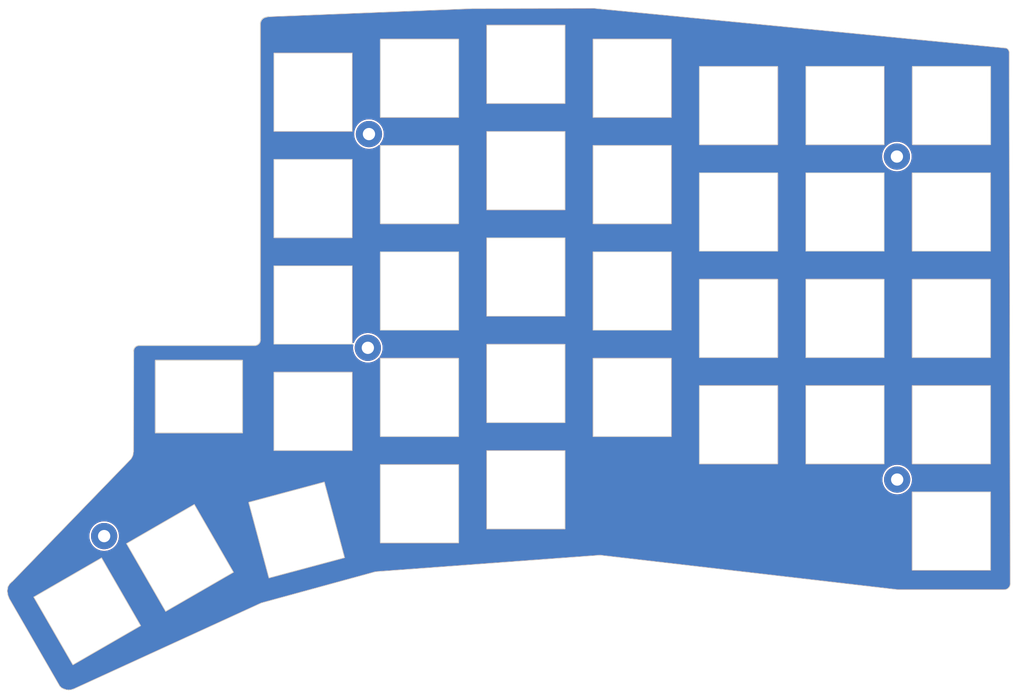
<source format=kicad_pcb>
(kicad_pcb (version 20221018) (generator pcbnew)
  (layers (0 "F.Cu" signal) (31 "B.Cu" signal) (34 "B.Paste" user) (35 "F.Paste" user) (36 "B.SilkS" user "B.Silkscreen") (37 "F.SilkS" user "F.Silkscreen") (38 "B.Mask" user) (39 "F.Mask" user) (44 "Edge.Cuts" user))
  (net 0 "")
  (footprint "SofleKeyboard-footprint:HOLE_M2_TH" (layer "F.Cu") (at 226.224 63.235)
    (fp_text reference "TH4" hide)
    (fp_text value "HOLE" hide)
    (pad "" thru_hole circle (at -0.225 -0.275 90) (size 4.7 4.7) (drill 2.2) (layers "*.Cu" "*.Mask" "Dwgs.User") (clearance 0.3))
  )
  (footprint "SofleKeyboard-footprint:HOLE_M2_TH" (layer "F.Cu") (at 131.4278 59.0114)
    (fp_text reference "TH3" hide)
    (fp_text value "HOLE" hide)
    (pad "" thru_hole circle (at 0.025 -0.075 90) (size 4.7 4.7) (drill 2.2) (layers "*.Cu" "*.Mask" "Dwgs.User") (clearance 0.3))
  )
  (footprint "SofleKeyboard-footprint:HOLE_M2_TH" (layer "F.Cu") (at 226.224 120.835)
    (fp_text reference "TH6" hide)
    (fp_text value "HOLE" hide)
    (pad "" thru_hole circle (at -0.175 -0.025 90) (size 4.7 4.7) (drill 2.2) (layers "*.Cu" "*.Mask" "Dwgs.User") (clearance 0.3))
  )
  (footprint "SofleKeyboard-footprint:HOLE_M2_TH" (layer "F.Cu") (at 131.2778 97.2914)
    (fp_text reference "TH5" hide)
    (fp_text value "HOLE" hide)
    (pad "" thru_hole circle (at -0.025 -0.075 90) (size 4.7 4.7) (drill 2.2) (layers "*.Cu" "*.Mask" "Dwgs.User") (clearance 0.3))
  )
  (footprint "SofleKeyboard-footprint:HOLE_M2_TH" (layer "F.Cu") (at 84.024 130.935 90)
    (fp_text reference "TH7" hide)
    (fp_text value "HOLE" hide)
    (pad "" thru_hole circle (at 0 0 180) (size 4.7 4.7) (drill 2.2) (layers "*.Cu" "*.Mask" "Dwgs.User") (clearance 0.3))
  )
  (footprint "SofleChocTop:SW_Hole" (layer "F.Cu") (at 216.716131 53.834579)
    (fp_text reference "SW2" hide)
    (fp_text value "KEY_SWITCH" hide)
    (fp_line (start -7 -7) (end -7 7) (stroke (width 0.12)) (layer "Edge.Cuts"))
    (fp_line (start -7 7) (end 7 7) (stroke (width 0.12)) (layer "Edge.Cuts"))
    (fp_line (start 7 -7) (end -7 -7) (stroke (width 0.12)) (layer "Edge.Cuts"))
    (fp_line (start 7 7) (end 7 -7) (stroke (width 0.12)) (layer "Edge.Cuts"))
  )
  (footprint "SofleChocTop:SW_Hole" (layer "F.Cu") (at 197.6478 53.8414)
    (fp_text reference "SW2" hide)
    (fp_text value "KEY_SWITCH" hide)
    (fp_line (start -7 -7) (end -7 7) (stroke (width 0.12)) (layer "Edge.Cuts"))
    (fp_line (start -7 7) (end 7 7) (stroke (width 0.12)) (layer "Edge.Cuts"))
    (fp_line (start 7 -7) (end -7 -7) (stroke (width 0.12)) (layer "Edge.Cuts"))
    (fp_line (start 7 7) (end 7 -7) (stroke (width 0.12)) (layer "Edge.Cuts"))
  )
  (footprint "SofleChocTop:SW_Hole" (layer "F.Cu") (at 197.6478 72.8914)
    (fp_text reference "SW2" hide)
    (fp_text value "KEY_SWITCH" hide)
    (fp_line (start -7 -7) (end -7 7) (stroke (width 0.12)) (layer "Edge.Cuts"))
    (fp_line (start -7 7) (end 7 7) (stroke (width 0.12)) (layer "Edge.Cuts"))
    (fp_line (start 7 -7) (end -7 -7) (stroke (width 0.12)) (layer "Edge.Cuts"))
    (fp_line (start 7 7) (end 7 -7) (stroke (width 0.12)) (layer "Edge.Cuts"))
  )
  (footprint "SofleChocTop:SW_Hole" (layer "F.Cu") (at 216.6978 72.8914)
    (fp_text reference "SW2" hide)
    (fp_text value "KEY_SWITCH" hide)
    (fp_line (start -7 -7) (end -7 7) (stroke (width 0.12)) (layer "Edge.Cuts"))
    (fp_line (start -7 7) (end 7 7) (stroke (width 0.12)) (layer "Edge.Cuts"))
    (fp_line (start 7 -7) (end -7 -7) (stroke (width 0.12)) (layer "Edge.Cuts"))
    (fp_line (start 7 7) (end 7 -7) (stroke (width 0.12)) (layer "Edge.Cuts"))
  )
  (footprint "SofleChocTop:SW_Hole" (layer "F.Cu") (at 197.6478 91.9414)
    (fp_text reference "SW2" hide)
    (fp_text value "KEY_SWITCH" hide)
    (fp_line (start -7 -7) (end -7 7) (stroke (width 0.12)) (layer "Edge.Cuts"))
    (fp_line (start -7 7) (end 7 7) (stroke (width 0.12)) (layer "Edge.Cuts"))
    (fp_line (start 7 -7) (end -7 -7) (stroke (width 0.12)) (layer "Edge.Cuts"))
    (fp_line (start 7 7) (end 7 -7) (stroke (width 0.12)) (layer "Edge.Cuts"))
  )
  (footprint "SofleChocTop:SW_Hole" (layer "F.Cu") (at 216.6978 91.9414)
    (fp_text reference "SW2" hide)
    (fp_text value "KEY_SWITCH" hide)
    (fp_line (start -7 -7) (end -7 7) (stroke (width 0.12)) (layer "Edge.Cuts"))
    (fp_line (start -7 7) (end 7 7) (stroke (width 0.12)) (layer "Edge.Cuts"))
    (fp_line (start 7 -7) (end -7 -7) (stroke (width 0.12)) (layer "Edge.Cuts"))
    (fp_line (start 7 7) (end 7 -7) (stroke (width 0.12)) (layer "Edge.Cuts"))
  )
  (footprint "SofleChocTop:SW_Hole" (layer "F.Cu") (at 197.6478 110.9914)
    (fp_text reference "SW2" hide)
    (fp_text value "KEY_SWITCH" hide)
    (fp_line (start -7 -7) (end -7 7) (stroke (width 0.12)) (layer "Edge.Cuts"))
    (fp_line (start -7 7) (end 7 7) (stroke (width 0.12)) (layer "Edge.Cuts"))
    (fp_line (start 7 -7) (end -7 -7) (stroke (width 0.12)) (layer "Edge.Cuts"))
    (fp_line (start 7 7) (end 7 -7) (stroke (width 0.12)) (layer "Edge.Cuts"))
  )
  (footprint "SofleChocTop:SW_Hole" (layer "F.Cu") (at 178.5978 48.9414)
    (fp_text reference "SW2" hide)
    (fp_text value "KEY_SWITCH" hide)
    (fp_line (start -7 -7) (end -7 7) (stroke (width 0.12)) (layer "Edge.Cuts"))
    (fp_line (start -7 7) (end 7 7) (stroke (width 0.12)) (layer "Edge.Cuts"))
    (fp_line (start 7 -7) (end -7 -7) (stroke (width 0.12)) (layer "Edge.Cuts"))
    (fp_line (start 7 7) (end 7 -7) (stroke (width 0.12)) (layer "Edge.Cuts"))
  )
  (footprint "SofleChocTop:SW_Hole" (layer "F.Cu") (at 178.5978 67.9914)
    (fp_text reference "SW2" hide)
    (fp_text value "KEY_SWITCH" hide)
    (fp_line (start -7 -7) (end -7 7) (stroke (width 0.12)) (layer "Edge.Cuts"))
    (fp_line (start -7 7) (end 7 7) (stroke (width 0.12)) (layer "Edge.Cuts"))
    (fp_line (start 7 -7) (end -7 -7) (stroke (width 0.12)) (layer "Edge.Cuts"))
    (fp_line (start 7 7) (end 7 -7) (stroke (width 0.12)) (layer "Edge.Cuts"))
  )
  (footprint "SofleChocTop:SW_Hole" (layer "F.Cu") (at 178.5978 87.0414)
    (fp_text reference "SW2" hide)
    (fp_text value "KEY_SWITCH" hide)
    (fp_line (start -7 -7) (end -7 7) (stroke (width 0.12)) (layer "Edge.Cuts"))
    (fp_line (start -7 7) (end 7 7) (stroke (width 0.12)) (layer "Edge.Cuts"))
    (fp_line (start 7 -7) (end -7 -7) (stroke (width 0.12)) (layer "Edge.Cuts"))
    (fp_line (start 7 7) (end 7 -7) (stroke (width 0.12)) (layer "Edge.Cuts"))
  )
  (footprint "SofleChocTop:SW_Hole" (layer "F.Cu") (at 178.5978 106.0914)
    (fp_text reference "SW2" hide)
    (fp_text value "KEY_SWITCH" hide)
    (fp_line (start -7 -7) (end -7 7) (stroke (width 0.12)) (layer "Edge.Cuts"))
    (fp_line (start -7 7) (end 7 7) (stroke (width 0.12)) (layer "Edge.Cuts"))
    (fp_line (start 7 -7) (end -7 -7) (stroke (width 0.12)) (layer "Edge.Cuts"))
    (fp_line (start 7 7) (end 7 -7) (stroke (width 0.12)) (layer "Edge.Cuts"))
  )
  (footprint "SofleChocTop:SW_Hole" (layer "F.Cu") (at 159.5478 46.4414)
    (fp_text reference "SW2" hide)
    (fp_text value "KEY_SWITCH" hide)
    (fp_line (start -7 -7) (end -7 7) (stroke (width 0.12)) (layer "Edge.Cuts"))
    (fp_line (start -7 7) (end 7 7) (stroke (width 0.12)) (layer "Edge.Cuts"))
    (fp_line (start 7 -7) (end -7 -7) (stroke (width 0.12)) (layer "Edge.Cuts"))
    (fp_line (start 7 7) (end 7 -7) (stroke (width 0.12)) (layer "Edge.Cuts"))
  )
  (footprint "SofleChocTop:SW_Hole" (layer "F.Cu") (at 159.5478 65.4914)
    (fp_text reference "SW2" hide)
    (fp_text value "KEY_SWITCH" hide)
    (fp_line (start -7 -7) (end -7 7) (stroke (width 0.12)) (layer "Edge.Cuts"))
    (fp_line (start -7 7) (end 7 7) (stroke (width 0.12)) (layer "Edge.Cuts"))
    (fp_line (start 7 -7) (end -7 -7) (stroke (width 0.12)) (layer "Edge.Cuts"))
    (fp_line (start 7 7) (end 7 -7) (stroke (width 0.12)) (layer "Edge.Cuts"))
  )
  (footprint "SofleChocTop:SW_Hole" (layer "F.Cu") (at 159.5478 84.5414)
    (fp_text reference "SW2" hide)
    (fp_text value "KEY_SWITCH" hide)
    (fp_line (start -7 -7) (end -7 7) (stroke (width 0.12)) (layer "Edge.Cuts"))
    (fp_line (start -7 7) (end 7 7) (stroke (width 0.12)) (layer "Edge.Cuts"))
    (fp_line (start 7 -7) (end -7 -7) (stroke (width 0.12)) (layer "Edge.Cuts"))
    (fp_line (start 7 7) (end 7 -7) (stroke (width 0.12)) (layer "Edge.Cuts"))
  )
  (footprint "SofleChocTop:SW_Hole" (layer "F.Cu") (at 159.5478 103.5914)
    (fp_text reference "SW2" hide)
    (fp_text value "KEY_SWITCH" hide)
    (fp_line (start -7 -7) (end -7 7) (stroke (width 0.12)) (layer "Edge.Cuts"))
    (fp_line (start -7 7) (end 7 7) (stroke (width 0.12)) (layer "Edge.Cuts"))
    (fp_line (start 7 -7) (end -7 -7) (stroke (width 0.12)) (layer "Edge.Cuts"))
    (fp_line (start 7 7) (end 7 -7) (stroke (width 0.12)) (layer "Edge.Cuts"))
  )
  (footprint "SofleChocTop:SW_Hole" (layer "F.Cu") (at 159.5478 122.6414)
    (fp_text reference "SW2" hide)
    (fp_text value "KEY_SWITCH" hide)
    (fp_line (start -7 -7) (end -7 7) (stroke (width 0.12)) (layer "Edge.Cuts"))
    (fp_line (start -7 7) (end 7 7) (stroke (width 0.12)) (layer "Edge.Cuts"))
    (fp_line (start 7 -7) (end -7 -7) (stroke (width 0.12)) (layer "Edge.Cuts"))
    (fp_line (start 7 7) (end 7 -7) (stroke (width 0.12)) (layer "Edge.Cuts"))
  )
  (footprint "SofleChocTop:SW_Hole" (layer "F.Cu") (at 140.4978 48.9414)
    (fp_text reference "SW2" hide)
    (fp_text value "KEY_SWITCH" hide)
    (fp_line (start -7 -7) (end -7 7) (stroke (width 0.12)) (layer "Edge.Cuts"))
    (fp_line (start -7 7) (end 7 7) (stroke (width 0.12)) (layer "Edge.Cuts"))
    (fp_line (start 7 -7) (end -7 -7) (stroke (width 0.12)) (layer "Edge.Cuts"))
    (fp_line (start 7 7) (end 7 -7) (stroke (width 0.12)) (layer "Edge.Cuts"))
  )
  (footprint "SofleChocTop:SW_Hole" (layer "F.Cu") (at 140.4978 67.9914)
    (fp_text reference "SW2" hide)
    (fp_text value "KEY_SWITCH" hide)
    (fp_line (start -7 -7) (end -7 7) (stroke (width 0.12)) (layer "Edge.Cuts"))
    (fp_line (start -7 7) (end 7 7) (stroke (width 0.12)) (layer "Edge.Cuts"))
    (fp_line (start 7 -7) (end -7 -7) (stroke (width 0.12)) (layer "Edge.Cuts"))
    (fp_line (start 7 7) (end 7 -7) (stroke (width 0.12)) (layer "Edge.Cuts"))
  )
  (footprint "SofleChocTop:SW_Hole" (layer "F.Cu") (at 140.4978 87.0414)
    (fp_text reference "SW2" hide)
    (fp_text value "KEY_SWITCH" hide)
    (fp_line (start -7 -7) (end -7 7) (stroke (width 0.12)) (layer "Edge.Cuts"))
    (fp_line (start -7 7) (end 7 7) (stroke (width 0.12)) (layer "Edge.Cuts"))
    (fp_line (start 7 -7) (end -7 -7) (stroke (width 0.12)) (layer "Edge.Cuts"))
    (fp_line (start 7 7) (end 7 -7) (stroke (width 0.12)) (layer "Edge.Cuts"))
  )
  (footprint "SofleChocTop:SW_Hole" (layer "F.Cu") (at 140.4978 106.0914)
    (fp_text reference "SW2" hide)
    (fp_text value "KEY_SWITCH" hide)
    (fp_line (start -7 -7) (end -7 7) (stroke (width 0.12)) (layer "Edge.Cuts"))
    (fp_line (start -7 7) (end 7 7) (stroke (width 0.12)) (layer "Edge.Cuts"))
    (fp_line (start 7 -7) (end -7 -7) (stroke (width 0.12)) (layer "Edge.Cuts"))
    (fp_line (start 7 7) (end 7 -7) (stroke (width 0.12)) (layer "Edge.Cuts"))
  )
  (footprint "SofleChocTop:SW_Hole" (layer "F.Cu") (at 140.4978 125.1414)
    (fp_text reference "SW2" hide)
    (fp_text value "KEY_SWITCH" hide)
    (fp_line (start -7 -7) (end -7 7) (stroke (width 0.12)) (layer "Edge.Cuts"))
    (fp_line (start -7 7) (end 7 7) (stroke (width 0.12)) (layer "Edge.Cuts"))
    (fp_line (start 7 -7) (end -7 -7) (stroke (width 0.12)) (layer "Edge.Cuts"))
    (fp_line (start 7 7) (end 7 -7) (stroke (width 0.12)) (layer "Edge.Cuts"))
  )
  (footprint "SofleChocTop:SW_Hole" (layer "F.Cu") (at 121.4478 51.4414)
    (fp_text reference "SW2" hide)
    (fp_text value "KEY_SWITCH" hide)
    (fp_line (start -7 -7) (end -7 7) (stroke (width 0.12)) (layer "Edge.Cuts"))
    (fp_line (start -7 7) (end 7 7) (stroke (width 0.12)) (layer "Edge.Cuts"))
    (fp_line (start 7 -7) (end -7 -7) (stroke (width 0.12)) (layer "Edge.Cuts"))
    (fp_line (start 7 7) (end 7 -7) (stroke (width 0.12)) (layer "Edge.Cuts"))
  )
  (footprint "SofleChocTop:SW_Hole" (layer "F.Cu") (at 121.4478 70.4914)
    (fp_text reference "SW2" hide)
    (fp_text value "KEY_SWITCH" hide)
    (fp_line (start -7 -7) (end -7 7) (stroke (width 0.12)) (layer "Edge.Cuts"))
    (fp_line (start -7 7) (end 7 7) (stroke (width 0.12)) (layer "Edge.Cuts"))
    (fp_line (start 7 -7) (end -7 -7) (stroke (width 0.12)) (layer "Edge.Cuts"))
    (fp_line (start 7 7) (end 7 -7) (stroke (width 0.12)) (layer "Edge.Cuts"))
  )
  (footprint "SofleChocTop:SW_Hole" (layer "F.Cu") (at 121.4478 89.5414)
    (fp_text reference "SW2" hide)
    (fp_text value "KEY_SWITCH" hide)
    (fp_line (start -7 -7) (end -7 7) (stroke (width 0.12)) (layer "Edge.Cuts"))
    (fp_line (start -7 7) (end 7 7) (stroke (width 0.12)) (layer "Edge.Cuts"))
    (fp_line (start 7 -7) (end -7 -7) (stroke (width 0.12)) (layer "Edge.Cuts"))
    (fp_line (start 7 7) (end 7 -7) (stroke (width 0.12)) (layer "Edge.Cuts"))
  )
  (footprint "SofleChocTop:SW_Hole" (layer "F.Cu") (at 121.4478 108.5914)
    (fp_text reference "SW2" hide)
    (fp_text value "KEY_SWITCH" hide)
    (fp_line (start -7 -7) (end -7 7) (stroke (width 0.12)) (layer "Edge.Cuts"))
    (fp_line (start -7 7) (end 7 7) (stroke (width 0.12)) (layer "Edge.Cuts"))
    (fp_line (start 7 -7) (end -7 -7) (stroke (width 0.12)) (layer "Edge.Cuts"))
    (fp_line (start 7 7) (end 7 -7) (stroke (width 0.12)) (layer "Edge.Cuts"))
  )
  (footprint "SofleChocTop:SW_Hole" (layer "F.Cu") (at 118.4978 129.8414 -165)
    (fp_text reference "SW2" hide)
    (fp_text value "KEY_SWITCH" hide)
    (fp_line (start -7 -7) (end -7 7) (stroke (width 0.12)) (layer "Edge.Cuts"))
    (fp_line (start -7 7) (end 7 7) (stroke (width 0.12)) (layer "Edge.Cuts"))
    (fp_line (start 7 -7) (end -7 -7) (stroke (width 0.12)) (layer "Edge.Cuts"))
    (fp_line (start 7 7) (end 7 -7) (stroke (width 0.12)) (layer "Edge.Cuts"))
  )
  (footprint "SofleChocTop:SW_Hole" (layer "F.Cu") (at 97.6078 134.8414 120)
    (fp_text reference "SW2" hide)
    (fp_text value "KEY_SWITCH" hide)
    (fp_line (start -7 -7) (end -7 7) (stroke (width 0.12)) (layer "Edge.Cuts"))
    (fp_line (start -7 7) (end 7 7) (stroke (width 0.12)) (layer "Edge.Cuts"))
    (fp_line (start 7 -7) (end -7 -7) (stroke (width 0.12)) (layer "Edge.Cuts"))
    (fp_line (start 7 7) (end 7 -7) (stroke (width 0.12)) (layer "Edge.Cuts"))
  )
  (footprint "SofleChocTop:SW_Hole" (layer "F.Cu") (at 216.6978 110.9914)
    (fp_text reference "SW2" hide)
    (fp_text value "KEY_SWITCH" hide)
    (fp_line (start -7 -7) (end -7 7) (stroke (width 0.12)) (layer "Edge.Cuts"))
    (fp_line (start -7 7) (end 7 7) (stroke (width 0.12)) (layer "Edge.Cuts"))
    (fp_line (start 7 -7) (end -7 -7) (stroke (width 0.12)) (layer "Edge.Cuts"))
    (fp_line (start 7 7) (end 7 -7) (stroke (width 0.12)) (layer "Edge.Cuts"))
  )
  (footprint "SofleChocTop:SW_Hole" (layer "F.Cu") (at 235.7478 72.8914)
    (fp_text reference "SW2" hide)
    (fp_text value "KEY_SWITCH" hide)
    (fp_line (start -7 -7) (end -7 7) (stroke (width 0.12)) (layer "Edge.Cuts"))
    (fp_line (start -7 7) (end 7 7) (stroke (width 0.12)) (layer "Edge.Cuts"))
    (fp_line (start 7 -7) (end -7 -7) (stroke (width 0.12)) (layer "Edge.Cuts"))
    (fp_line (start 7 7) (end 7 -7) (stroke (width 0.12)) (layer "Edge.Cuts"))
  )
  (footprint "SofleChocTop:SW_Hole" (layer "F.Cu") (at 235.7478 110.9914)
    (fp_text reference "SW2" hide)
    (fp_text value "KEY_SWITCH" hide)
    (fp_line (start -7 -7) (end -7 7) (stroke (width 0.12)) (layer "Edge.Cuts"))
    (fp_line (start -7 7) (end 7 7) (stroke (width 0.12)) (layer "Edge.Cuts"))
    (fp_line (start 7 -7) (end -7 -7) (stroke (width 0.12)) (layer "Edge.Cuts"))
    (fp_line (start 7 7) (end 7 -7) (stroke (width 0.12)) (layer "Edge.Cuts"))
  )
  (footprint "SofleChocTop:SW_Hole" (layer "F.Cu") (at 235.7478 91.9414)
    (fp_text reference "SW2" hide)
    (fp_text value "KEY_SWITCH" hide)
    (fp_line (start -7 -7) (end -7 7) (stroke (width 0.12)) (layer "Edge.Cuts"))
    (fp_line (start -7 7) (end 7 7) (stroke (width 0.12)) (layer "Edge.Cuts"))
    (fp_line (start 7 -7) (end -7 -7) (stroke (width 0.12)) (layer "Edge.Cuts"))
    (fp_line (start 7 7) (end 7 -7) (stroke (width 0.12)) (layer "Edge.Cuts"))
  )
  (footprint "SofleChocTop:SW_Hole" (layer "F.Cu") (at 235.7478 130.0414)
    (fp_text reference "SW2" hide)
    (fp_text value "KEY_SWITCH" hide)
    (fp_line (start -7 -7) (end -7 7) (stroke (width 0.12)) (layer "Edge.Cuts"))
    (fp_line (start -7 7) (end 7 7) (stroke (width 0.12)) (layer "Edge.Cuts"))
    (fp_line (start 7 -7) (end -7 -7) (stroke (width 0.12)) (layer "Edge.Cuts"))
    (fp_line (start 7 7) (end 7 -7) (stroke (width 0.12)) (layer "Edge.Cuts"))
  )
  (footprint "SofleChocTop:SW_Hole" (layer "F.Cu") (at 80.994 144.415 120)
    (fp_text reference "SW2" hide)
    (fp_text value "KEY_SWITCH" hide)
    (fp_line (start -7 -7) (end -7 7) (stroke (width 0.12)) (layer "Edge.Cuts"))
    (fp_line (start -7 7) (end 7 7) (stroke (width 0.12)) (layer "Edge.Cuts"))
    (fp_line (start 7 -7) (end -7 -7) (stroke (width 0.12)) (layer "Edge.Cuts"))
    (fp_line (start 7 7) (end 7 -7) (stroke (width 0.12)) (layer "Edge.Cuts"))
  )
  (footprint "SofleChocTop:SW_Hole" (layer "F.Cu") (at 235.766131 53.834579)
    (fp_text reference "SW2" hide)
    (fp_text value "KEY_SWITCH" hide)
    (fp_line (start -7 -7) (end -7 7) (stroke (width 0.12)) (layer "Edge.Cuts"))
    (fp_line (start -7 7) (end 7 7) (stroke (width 0.12)) (layer "Edge.Cuts"))
    (fp_line (start 7 -7) (end -7 -7) (stroke (width 0.12)) (layer "Edge.Cuts"))
    (fp_line (start 7 7) (end 7 -7) (stroke (width 0.12)) (layer "Edge.Cuts"))
  )
  (gr_line (start 108.795 112.445) (end 108.795 106.445) (stroke (width 0.15)) (layer "Edge.Cuts"))
  (gr_line (start 149.995 36.445) (end 113.395 37.9) (stroke (width 0.1)) (layer "Edge.Cuts"))
  (gr_line (start 149.995 36.445) (end 171.853936 36.403199) (stroke (width 0.1)) (layer "Edge.Cuts"))
  (gr_line (start 89.270257 115.845) (end 89.3 97.8) (stroke (width 0.1)) (layer "Edge.Cuts"))
  (gr_line (start 108.795 99.445) (end 93.195 99.445) (stroke (width 0.15)) (layer "Edge.Cuts"))
  (gr_line (start 66.765672 141.469342) (end 66.764 141.466214) (stroke (width 0.1)) (layer "Edge.Cuts"))
  (gr_line (start 245.865824 140.330514) (end 245.675824 140.440514) (stroke (width 0.1)) (layer "Edge.Cuts"))
  (gr_line (start 93.195 112.445) (end 108.795 112.445) (stroke (width 0.15)) (layer "Edge.Cuts"))
  (gr_line (start 226.029614 140.530109) (end 172.949614 134.380109) (stroke (width 0.1)) (layer "Edge.Cuts"))
  (gr_line (start 245.462998 140.519969) (end 245.461651 140.52053) (stroke (width 0.1)) (layer "Edge.Cuts"))
  (gr_line (start 67.020305 142.134897) (end 67.018245 142.13253) (stroke (width 0.1)) (layer "Edge.Cuts"))
  (gr_line (start 246.024 43.935) (end 245.934 43.795) (stroke (width 0.1)) (layer "Edge.Cuts"))
  (gr_line (start 67.018245 142.13253) (end 66.768245 141.48253) (stroke (width 0.1)) (layer "Edge.Cuts"))
  (gr_line (start 78.559062 158.32766) (end 78.109061 158.457661) (stroke (width 0.1)) (layer "Edge.Cuts"))
  (gr_line (start 78.109061 158.457661) (end 78.100158 158.458614) (stroke (width 0.1)) (layer "Edge.Cuts"))
  (gr_line (start 246.313246 139.455465) (end 246.312111 139.461971) (stroke (width 0.1)) (layer "Edge.Cuts"))
  (gr_line (start 76.816995 158.327533) (end 76.808031 158.323071) (stroke (width 0.1)) (layer "Edge.Cuts"))
  (gr_line (start 226.038246 140.530607) (end 226.032085 140.52952) (stroke (width 0.1)) (layer "Edge.Cuts"))
  (gr_line (start 246.052623 140.145757) (end 246.051279 140.14864) (stroke (width 0.1)) (layer "Edge.Cuts"))
  (gr_line (start 66.772105 140.020246) (end 66.773562 140.01894) (stroke (width 0.1)) (layer "Edge.Cuts"))
  (gr_arc (start 111.995 95.8) (mid 111.702107 96.507107) (end 110.995 96.8) (stroke (width 0.15)) (layer "Edge.Cuts"))
  (gr_line (start 112.095 38.7) (end 112.295 38.4) (stroke (width 0.15)) (layer "Edge.Cuts"))
  (gr_line (start 67.073934 139.51702) (end 67.083748 139.505715) (stroke (width 0.1)) (layer "Edge.Cuts"))
  (gr_line (start 77.687325 158.510055) (end 77.672318 158.509256) (stroke (width 0.1)) (layer "Edge.Cuts"))
  (gr_line (start 245.665429 140.445507) (end 245.485429 140.515507) (stroke (width 0.1)) (layer "Edge.Cuts"))
  (gr_line (start 246.278384 139.728837) (end 246.278333 139.732307) (stroke (width 0.1)) (layer "Edge.Cuts"))
  (gr_line (start 132.636728 137.325117) (end 112.169495 142.923787) (stroke (width 0.1)) (layer "Edge.Cuts"))
  (gr_arc (start 89.3 97.8) (mid 89.592893 97.092893) (end 90.3 96.8) (stroke (width 0.15)) (layer "Edge.Cuts"))
  (gr_line (start 245.241652 140.53053) (end 245.239297 140.530224) (stroke (width 0.1)) (layer "Edge.Cuts"))
  (gr_line (start 245.654 43.565) (end 245.484 43.515) (stroke (width 0.1)) (layer "Edge.Cuts"))
  (gr_line (start 246.133246 44.275465) (end 246.094 44.105) (stroke (width 0.1)) (layer "Edge.Cuts"))
  (gr_line (start 246.312712 139.464542) (end 246.282712 139.714543) (stroke (width 0.1)) (layer "Edge.Cuts"))
  (gr_line (start 108.795 106.445) (end 108.795 99.445) (stroke (width 0.15)) (layer "Edge.Cuts"))
  (gr_line (start 66.664599 140.747852) (end 66.664 140.745) (stroke (width 0.1)) (layer "Edge.Cuts"))
  (gr_line (start 111.995 39.045) (end 112.095 38.7) (stroke (width 0.15)) (layer "Edge.Cuts"))
  (gr_line (start 172.949614 134.380109) (end 172.924653 134.372663) (stroke (width 0.1)) (layer "Edge.Cuts"))
  (gr_line (start 67.537061 139.084964) (end 88.855291 117.076356) (stroke (width 0.1)) (layer "Edge.Cuts"))
  (gr_line (start 76.38959 158.111478) (end 76.387009 158.110378) (stroke (width 0.1)) (layer "Edge.Cuts"))
  (gr_line (start 66.764 140.045) (end 66.772105 140.020246) (stroke (width 0.1)) (layer "Edge.Cuts"))
  (gr_line (start 246.189948 139.956341) (end 246.189047 139.959519) (stroke (width 0.1)) (layer "Edge.Cuts"))
  (gr_line (start 245.239297 140.530224) (end 245.238246 140.530607) (stroke (width 0.1)) (layer "Edge.Cuts"))
  (gr_line (start 76.404705 158.122689) (end 76.38959 158.111478) (stroke (width 0.1)) (layer "Edge.Cuts"))
  (gr_line (start 112.495 38.2) (end 112.695 38.1) (stroke (width 0.15)) (layer "Edge.Cuts"))
  (gr_line (start 67.083748 139.505715) (end 67.085213 139.502574) (stroke (width 0.1)) (layer "Edge.Cuts"))
  (gr_line (start 89.148794 116.508718) (end 89.146178 116.513415) (stroke (width 0.1)) (layer "Edge.Cuts"))
  (gr_line (start 78.097326 158.460055) (end 77.687325 158.510055) (stroke (width 0.1)) (layer "Edge.Cuts"))
  (gr_line (start 90.3 96.8) (end 110.995 96.8) (stroke (width 0.15)) (layer "Edge.Cuts"))
  (gr_line (start 76.808031 158.323071) (end 76.804705 158.322689) (stroke (width 0.1)) (layer "Edge.Cuts"))
  (gr_line (start 78.100158 158.458614) (end 78.097326 158.460055) (stroke (width 0.1)) (layer "Edge.Cuts"))
  (gr_line (start 76.387009 158.110378) (end 76.077009 157.820377) (stroke (width 0.1)) (layer "Edge.Cuts"))
  (gr_line (start 76.804705 158.322689) (end 76.404705 158.122689) (stroke (width 0.1)) (layer "Edge.Cuts"))
  (gr_line (start 245.934 43.795) (end 245.804 43.665) (stroke (width 0.1)) (layer "Edge.Cuts"))
  (gr_line (start 77.268943 158.460028) (end 77.260201 158.457334) (stroke (width 0.1)) (layer "Edge.Cuts"))
  (gr_line (start 172.924653 134.372663) (end 172.911884 134.359156) (stroke (width 0.1)) (layer "Edge.Cuts"))
  (gr_line (start 112.695 38.1) (end 112.995 38) (stroke (width 0.15)) (layer "Edge.Cuts"))
  (gr_line (start 245.667765 140.443457) (end 245.665429 140.445507) (stroke (width 0.1)) (layer "Edge.Cuts"))
  (gr_line (start 226.032085 140.52952) (end 226.029614 140.530109) (stroke (width 0.1)) (layer "Edge.Cuts"))
  (gr_line (start 78.561517 158.325868) (end 78.559062 158.32766) (stroke (width 0.1)) (layer "Edge.Cuts"))
  (gr_line (start 245.461651 140.52053) (end 245.241652 140.53053) (stroke (width 0.1)) (layer "Edge.Cuts"))
  (gr_line (start 67.50655 139.087634) (end 67.537061 139.084964) (stroke (width 0.1)) (layer "Edge.Cuts"))
  (gr_line (start 67.023292 142.143103) (end 67.020305 142.134897) (stroke (width 0.1)) (layer "Edge.Cuts"))
  (gr_line (start 112.169495 142.923787) (end 78.569495 158.323787) (stroke (width 0.1)) (layer "Edge.Cuts"))
  (gr_line (start 246.133246 44.275465) (end 246.313246 139.455465) (stroke (width 0.1)) (layer "Edge.Cuts"))
  (gr_line (start 245.867952 140.327971) (end 245.865824 140.330514) (stroke (width 0.1)) (layer "Edge.Cuts"))
  (gr_line (start 66.664 140.745) (end 66.764 140.045) (stroke (width 0.1)) (layer "Edge.Cuts"))
  (gr_line (start 246.059047 140.139519) (end 246.052623 140.145757) (stroke (width 0.1)) (layer "Edge.Cuts"))
  (gr_line (start 67.085213 139.502574) (end 67.485213 139.102574) (stroke (width 0.1)) (layer "Edge.Cuts"))
  (gr_line (start 66.773934 140.01702) (end 67.073934 139.51702) (stroke (width 0.1)) (layer "Edge.Cuts"))
  (gr_line (start 66.768245 141.48253) (end 66.765672 141.469342) (stroke (width 0.1)) (layer "Edge.Cuts"))
  (gr_line (start 172.911884 134.359156) (end 132.636728 137.325117) (stroke (width 0.1)) (layer "Edge.Cuts"))
  (gr_line (start 245.484 43.515) (end 245.24907 43.497208) (stroke (width 0.1)) (layer "Edge.Cuts"))
  (gr_line (start 89.270257 115.845) (end 89.148794 116.508718) (stroke (width 0.1)) (layer "Edge.Cuts"))
  (gr_line (start 77.668944 158.510028) (end 77.268943 158.460028) (stroke (width 0.1)) (layer "Edge.Cuts"))
  (gr_line (start 66.764 141.466214) (end 66.664 140.766214) (stroke (width 0.1)) (layer "Edge.Cuts"))
  (gr_line (start 89.146178 116.513415) (end 89.14656 116.518778) (stroke (width 0.1)) (layer "Edge.Cuts"))
  (gr_line (start 245.238246 140.530607) (end 226.038246 140.530607) (stroke (width 0.1)) (layer "Edge.Cuts"))
  (gr_line (start 89.14656 116.518778) (end 88.855291 117.076356) (stroke (width 0.1)) (layer "Edge.Cuts"))
  (gr_line (start 77.672318 158.509256) (end 77.668944 158.510028) (stroke (width 0.1)) (layer "Edge.Cuts"))
  (gr_line (start 245.881279 140.31864) (end 245.867952 140.327971) (stroke (width 0.1)) (layer "Edge.Cuts"))
  (gr_line (start 76.063292 157.803103) (end 67.023292 142.143103) (stroke (width 0.1)) (layer "Edge.Cuts"))
  (gr_line (start 246.312111 139.461971) (end 246.312712 139.464542) (stroke (width 0.1)) (layer "Edge.Cuts"))
  (gr_line (start 78.569495 158.323787) (end 78.561517 158.325868) (stroke (width 0.1)) (layer "Edge.Cuts"))
  (gr_line (start 66.773562 140.01894) (end 66.773934 140.01702) (stroke (width 0.1)) (layer "Edge.Cuts"))
  (gr_line (start 246.278333 139.732307) (end 246.198333 139.942307) (stroke (width 0.1)) (layer "Edge.Cuts"))
  (gr_line (start 246.051279 140.14864) (end 245.881279 140.31864) (stroke (width 0.1)) (layer "Edge.Cuts"))
  (gr_line (start 245.804 43.665) (end 245.654 43.565) (stroke (width 0.1)) (layer "Edge.Cuts"))
  (gr_line (start 67.485213 139.102574) (end 67.50655 139.087634) (stroke (width 0.1)) (layer "Edge.Cuts"))
  (gr_line (start 76.0653 157.804788) (end 76.063292 157.803103) (stroke (width 0.1)) (layer "Edge.Cuts"))
  (gr_line (start 112.295 38.4) (end 112.495 38.2) (stroke (width 0.15)) (layer "Edge.Cuts"))
  (gr_line (start 112.995 38) (end 113.395 37.9) (stroke (width 0.15)) (layer "Edge.Cuts"))
  (gr_line (start 66.664 140.766214) (end 66.664599 140.747852) (stroke (width 0.1)) (layer "Edge.Cuts"))
  (gr_line (start 246.189498 139.95793) (end 246.059047 140.139519) (stroke (width 0.1)) (layer "Edge.Cuts"))
  (gr_line (start 246.198333 139.942307) (end 246.189948 139.956341) (stroke (width 0.1)) (layer "Edge.Cuts"))
  (gr_line (start 76.077009 157.820377) (end 76.0653 157.804788) (stroke (width 0.1)) (layer "Edge.Cuts"))
  (gr_line (start 171.853936 36.403199) (end 245.24907 43.497208) (stroke (width 0.1)) (layer "Edge.Cuts"))
  (gr_line (start 77.256995 158.457533) (end 76.816995 158.327533) (stroke (width 0.1)) (layer "Edge.Cuts"))
  (gr_line (start 245.485429 140.515507) (end 245.462998 140.519969) (stroke (width 0.1)) (layer "Edge.Cuts"))
  (gr_line (start 77.260201 158.457334) (end 77.256995 158.457533) (stroke (width 0.1)) (layer "Edge.Cuts"))
  (gr_line (start 111.995 95.8) (end 111.995 39.045) (stroke (width 0.15)) (layer "Edge.Cuts"))
  (gr_line (start 246.094 44.105) (end 246.024 43.935) (stroke (width 0.1)) (layer "Edge.Cuts"))
  (gr_line (start 246.282712 139.714543) (end 246.278384 139.728837) (stroke (width 0.1)) (layer "Edge.Cuts"))
  (gr_line (start 93.195 99.445) (end 93.195 112.445) (stroke (width 0.15)) (layer "Edge.Cuts"))
  (gr_line (start 245.675824 140.440514) (end 245.667765 140.443457) (stroke (width 0.1)) (layer "Edge.Cuts"))
  (zone (net 0) (net_name "") (layer "F.Cu") (connect_pads (clearance 0.508)) (min_thickness 0.254) (fill yes (thermal_gap 0.508) (thermal_bridge_width 0.508))
    (polygon (pts (xy 65.374 140.485) (xy 76.474 160.135) (xy 132.754 139.355) (xy 173.134 135.665) (xy 223.864 142.025) (xy 248.774 142.225) (xy 248.194 42.165) (xy 173.424 35.035) (xy 89.034 37.325) (xy 88.194 116.325)))
  )
  (zone (net 0) (net_name "") (layer "B.Cu") (connect_pads (clearance 0.508)) (min_thickness 0.254) (fill yes (thermal_gap 0.508) (thermal_bridge_width 0.508))
    (polygon (pts (xy 65.494 140.335) (xy 76.514 160.025) (xy 133.304 139.355) (xy 223.624 141.605) (xy 248.414 142.105) (xy 247.454 41.985) (xy 172.444 34.925) (xy 88.934 37.435) (xy 88.224 116.475)))
  )
)
</source>
